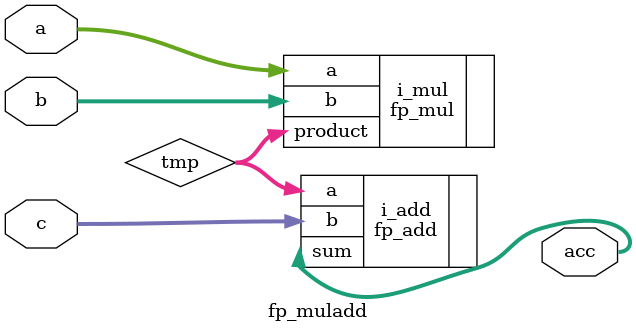
<source format=sv>
module fp_muladd #(
    parameter int EXP_W = 8,
    parameter int FRAC_W = 23
) (
    input logic [WIDTH-1:0] a,
    input logic [WIDTH-1:0] b,
    input logic [WIDTH-1:0] c,
    output logic [WIDTH-1:0] acc
);
    localparam int WIDTH = 1 + EXP_W + FRAC_W;

    logic [WIDTH-1:0] tmp;
    fp_mul #(.EXP_W(EXP_W), .FRAC_W(FRAC_W)) i_mul(.a(a), .b(b), .product(tmp));
    fp_add #(.EXP_W(EXP_W), .FRAC_W(FRAC_W)) i_add(.a(tmp), .b(c), .sum(acc));
endmodule

</source>
